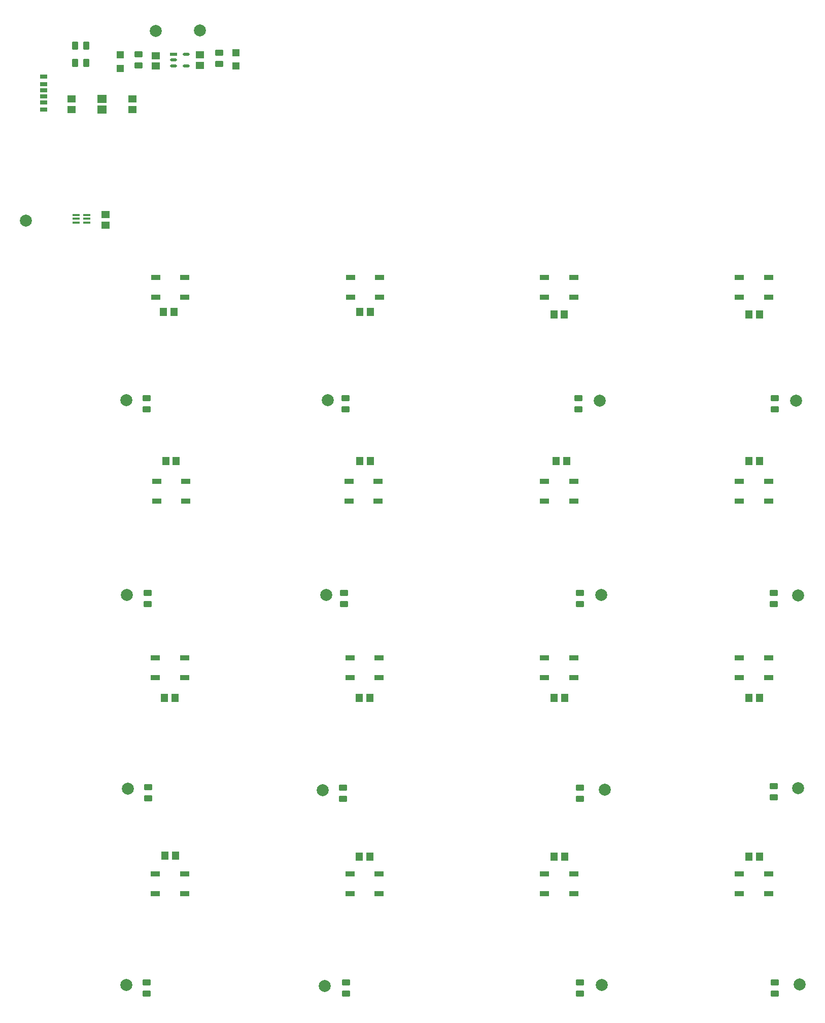
<source format=gbr>
%TF.GenerationSoftware,Altium Limited,Altium Designer,24.7.2 (38)*%
G04 Layer_Color=8421504*
%FSLAX45Y45*%
%MOMM*%
%TF.SameCoordinates,74662405-AD21-4814-813C-A76D1C426129*%
%TF.FilePolarity,Positive*%
%TF.FileFunction,Paste,Top*%
%TF.Part,Single*%
G01*
G75*
%TA.AperFunction,SMDPad,CuDef*%
G04:AMPARAMS|DCode=10|XSize=1mm|YSize=1.42mm|CornerRadius=0.125mm|HoleSize=0mm|Usage=FLASHONLY|Rotation=90.000|XOffset=0mm|YOffset=0mm|HoleType=Round|Shape=RoundedRectangle|*
%AMROUNDEDRECTD10*
21,1,1.00000,1.17000,0,0,90.0*
21,1,0.75000,1.42000,0,0,90.0*
1,1,0.25000,0.58500,0.37500*
1,1,0.25000,0.58500,-0.37500*
1,1,0.25000,-0.58500,-0.37500*
1,1,0.25000,-0.58500,0.37500*
%
%ADD10ROUNDEDRECTD10*%
%ADD11R,1.20000X0.70000*%
%ADD12R,1.20000X0.76000*%
%ADD13R,1.20000X0.80000*%
%ADD14R,1.17000X0.40000*%
%ADD15R,1.50000X0.90000*%
%ADD16R,1.15000X1.47000*%
%ADD17R,1.47000X1.15000*%
G04:AMPARAMS|DCode=18|XSize=1.15564mm|YSize=0.52981mm|CornerRadius=0.2649mm|HoleSize=0mm|Usage=FLASHONLY|Rotation=0.000|XOffset=0mm|YOffset=0mm|HoleType=Round|Shape=RoundedRectangle|*
%AMROUNDEDRECTD18*
21,1,1.15564,0.00000,0,0,0.0*
21,1,0.62584,0.52981,0,0,0.0*
1,1,0.52980,0.31292,0.00000*
1,1,0.52980,-0.31292,0.00000*
1,1,0.52980,-0.31292,0.00000*
1,1,0.52980,0.31292,0.00000*
%
%ADD18ROUNDEDRECTD18*%
%ADD19R,1.15564X0.52981*%
%ADD20R,1.30000X1.15000*%
%ADD21C,2.00000*%
%ADD22R,1.55620X1.45490*%
G04:AMPARAMS|DCode=23|XSize=1mm|YSize=1.42mm|CornerRadius=0.125mm|HoleSize=0mm|Usage=FLASHONLY|Rotation=180.000|XOffset=0mm|YOffset=0mm|HoleType=Round|Shape=RoundedRectangle|*
%AMROUNDEDRECTD23*
21,1,1.00000,1.17000,0,0,180.0*
21,1,0.75000,1.42000,0,0,180.0*
1,1,0.25000,-0.37500,0.58500*
1,1,0.25000,0.37500,0.58500*
1,1,0.25000,0.37500,-0.58500*
1,1,0.25000,-0.37500,-0.58500*
%
%ADD23ROUNDEDRECTD23*%
D10*
X5651500Y7412200D02*
D03*
Y7599200D02*
D03*
X8928100Y7412200D02*
D03*
Y7599200D02*
D03*
X16116299Y10663400D02*
D03*
Y10850400D02*
D03*
X8953500Y10663400D02*
D03*
Y10850400D02*
D03*
X5638800Y10663400D02*
D03*
Y10850400D02*
D03*
X6845300Y16616200D02*
D03*
Y16429201D02*
D03*
X5499100Y16403799D02*
D03*
Y16590800D02*
D03*
X8915400Y4348000D02*
D03*
Y4161000D02*
D03*
X5638800Y1096800D02*
D03*
Y909800D02*
D03*
X8966200Y1096800D02*
D03*
Y909800D02*
D03*
X12865100Y1096800D02*
D03*
Y909800D02*
D03*
Y4348000D02*
D03*
Y4161000D02*
D03*
Y7599200D02*
D03*
Y7412200D02*
D03*
X12839700Y10850400D02*
D03*
Y10663400D02*
D03*
X16116299Y1096800D02*
D03*
Y909800D02*
D03*
X16103600Y7599200D02*
D03*
Y7412200D02*
D03*
Y4373400D02*
D03*
Y4186400D02*
D03*
X5664200Y4360700D02*
D03*
Y4173700D02*
D03*
D11*
X3920300Y15993581D02*
D03*
Y15893581D02*
D03*
D12*
Y15791580D02*
D03*
Y16095580D02*
D03*
D13*
Y16218581D02*
D03*
Y15668581D02*
D03*
D14*
X4638680Y13783080D02*
D03*
Y13848080D02*
D03*
Y13913080D02*
D03*
X4464680D02*
D03*
Y13848080D02*
D03*
Y13783080D02*
D03*
D15*
X5780000Y6515000D02*
D03*
Y6185000D02*
D03*
X6270000Y6515000D02*
D03*
Y6185000D02*
D03*
X5780000Y2915000D02*
D03*
Y2585000D02*
D03*
X6270000Y2915000D02*
D03*
Y2585000D02*
D03*
X5803900Y9465000D02*
D03*
Y9135000D02*
D03*
X6293900Y9465000D02*
D03*
Y9135000D02*
D03*
X9013300Y9465000D02*
D03*
Y9135000D02*
D03*
X9503300Y9465000D02*
D03*
Y9135000D02*
D03*
X12280000Y9465000D02*
D03*
Y9135000D02*
D03*
X12770000Y9465000D02*
D03*
Y9135000D02*
D03*
X15530000Y9465000D02*
D03*
Y9135000D02*
D03*
X16020000Y9465000D02*
D03*
Y9135000D02*
D03*
X9030000Y2915000D02*
D03*
Y2585000D02*
D03*
X9520000Y2915000D02*
D03*
Y2585000D02*
D03*
X12280000Y2915000D02*
D03*
Y2585000D02*
D03*
X12770000Y2915000D02*
D03*
Y2585000D02*
D03*
X15530000Y2915000D02*
D03*
Y2585000D02*
D03*
X16020000Y2915000D02*
D03*
Y2585000D02*
D03*
Y6185000D02*
D03*
Y6515000D02*
D03*
X15530000Y6185000D02*
D03*
Y6515000D02*
D03*
X12770000Y6185000D02*
D03*
Y6515000D02*
D03*
X12280000Y6185000D02*
D03*
Y6515000D02*
D03*
X9520000Y6185000D02*
D03*
Y6515000D02*
D03*
X9030000Y6185000D02*
D03*
Y6515000D02*
D03*
X16020000Y12535000D02*
D03*
Y12864999D02*
D03*
X15530000Y12535000D02*
D03*
Y12864999D02*
D03*
X12770000Y12535000D02*
D03*
Y12864999D02*
D03*
X12280000Y12535000D02*
D03*
Y12864999D02*
D03*
X9528700Y12535000D02*
D03*
Y12864999D02*
D03*
X9038700Y12535000D02*
D03*
Y12864999D02*
D03*
X6277500Y12535000D02*
D03*
Y12864999D02*
D03*
X5787500Y12535000D02*
D03*
Y12864999D02*
D03*
D16*
X5944500Y3213100D02*
D03*
X6120500D02*
D03*
X9187000Y3200000D02*
D03*
X9363000D02*
D03*
X12437000D02*
D03*
X12613000D02*
D03*
X15687000D02*
D03*
X15863000D02*
D03*
Y5850000D02*
D03*
X15687000D02*
D03*
X12613000D02*
D03*
X12437000D02*
D03*
X9363000D02*
D03*
X9187000D02*
D03*
X6113000D02*
D03*
X5937000D02*
D03*
X9195700Y9800000D02*
D03*
X9371700D02*
D03*
X12472300D02*
D03*
X12648300D02*
D03*
X5957200D02*
D03*
X6133200D02*
D03*
X15687000D02*
D03*
X15863000D02*
D03*
Y12250000D02*
D03*
X15687000D02*
D03*
X12610200D02*
D03*
X12434200D02*
D03*
X9371700Y12293600D02*
D03*
X9195700D02*
D03*
X6097640Y12296140D02*
D03*
X5921640D02*
D03*
D17*
X4953000Y13742300D02*
D03*
Y13918300D02*
D03*
X6527800Y16409300D02*
D03*
Y16585300D02*
D03*
X5791200Y16396600D02*
D03*
Y16572600D02*
D03*
X5397500Y15672701D02*
D03*
Y15848700D02*
D03*
X4381500Y15672701D02*
D03*
Y15848700D02*
D03*
D18*
X6298356Y16592300D02*
D03*
Y16402299D02*
D03*
X6083300D02*
D03*
Y16497301D02*
D03*
D19*
Y16592300D02*
D03*
D20*
X7124700Y16397501D02*
D03*
Y16622501D02*
D03*
X5194300Y16359399D02*
D03*
Y16584399D02*
D03*
D21*
X5791200Y16979900D02*
D03*
X6527800Y16992599D02*
D03*
X8572500Y4305300D02*
D03*
X5295900Y1054100D02*
D03*
X13284200Y4318000D02*
D03*
X13195300Y10807700D02*
D03*
X16535400Y1066800D02*
D03*
X16471899Y10807700D02*
D03*
X8661400Y10820400D02*
D03*
X5295900D02*
D03*
X16510001Y7556500D02*
D03*
X13220700Y7569200D02*
D03*
X8636000D02*
D03*
X5308600D02*
D03*
X16510001Y4343400D02*
D03*
X5321300Y4330700D02*
D03*
X13233400Y1054100D02*
D03*
X8610600Y1041400D02*
D03*
X3619500Y13817599D02*
D03*
D22*
X4889500Y15668135D02*
D03*
Y15853265D02*
D03*
D23*
X4440400Y16446500D02*
D03*
X4627400D02*
D03*
X4440400Y16738600D02*
D03*
X4627400D02*
D03*
%TF.MD5,ccb34945ebdae6a6c1f8c2e577beb563*%
M02*

</source>
